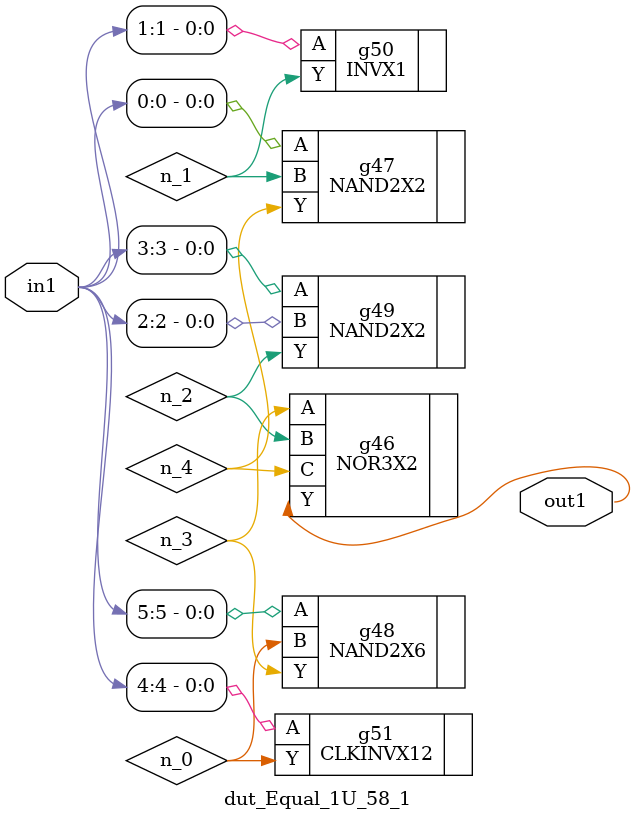
<source format=v>
`timescale 1ps / 1ps


module dut_Equal_1U_58_1(in1, out1);
  input [5:0] in1;
  output out1;
  wire [5:0] in1;
  wire out1;
  wire n_0, n_1, n_2, n_3, n_4;
  NOR3X2 g46(.A (n_3), .B (n_2), .C (n_4), .Y (out1));
  NAND2X2 g47(.A (in1[0]), .B (n_1), .Y (n_4));
  NAND2X6 g48(.A (in1[5]), .B (n_0), .Y (n_3));
  NAND2X2 g49(.A (in1[3]), .B (in1[2]), .Y (n_2));
  INVX1 g50(.A (in1[1]), .Y (n_1));
  CLKINVX12 g51(.A (in1[4]), .Y (n_0));
endmodule



</source>
